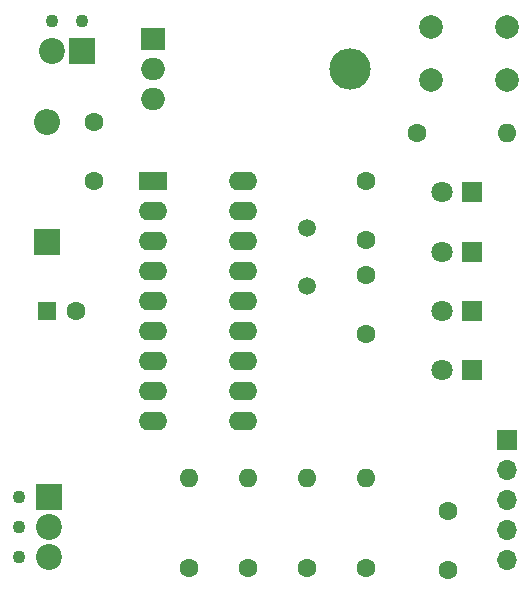
<source format=gbr>
%TF.GenerationSoftware,KiCad,Pcbnew,(5.1.9)-1*%
%TF.CreationDate,2021-08-22T04:22:43+05:30*%
%TF.ProjectId,G18_RECEIVER_laser_communication_system,4731385f-5245-4434-9549-5645525f6c61,rev?*%
%TF.SameCoordinates,Original*%
%TF.FileFunction,Soldermask,Top*%
%TF.FilePolarity,Negative*%
%FSLAX46Y46*%
G04 Gerber Fmt 4.6, Leading zero omitted, Abs format (unit mm)*
G04 Created by KiCad (PCBNEW (5.1.9)-1) date 2021-08-22 04:22:43*
%MOMM*%
%LPD*%
G01*
G04 APERTURE LIST*
%ADD10O,1.700000X1.700000*%
%ADD11R,1.700000X1.700000*%
%ADD12R,1.600000X1.600000*%
%ADD13C,1.600000*%
%ADD14R,2.200000X2.200000*%
%ADD15O,2.200000X2.200000*%
%ADD16R,1.800000X1.800000*%
%ADD17C,1.800000*%
%ADD18C,1.100000*%
%ADD19C,2.200000*%
%ADD20O,1.600000X1.600000*%
%ADD21C,2.000000*%
%ADD22O,3.500000X3.500000*%
%ADD23R,2.000000X1.905000*%
%ADD24O,2.000000X1.905000*%
%ADD25R,2.400000X1.600000*%
%ADD26O,2.400000X1.600000*%
%ADD27C,1.500000*%
G04 APERTURE END LIST*
D10*
%TO.C,ICSP*%
X161800000Y-110960000D03*
X161800000Y-108420000D03*
X161800000Y-105880000D03*
X161800000Y-103340000D03*
D11*
X161800000Y-100800000D03*
%TD*%
D12*
%TO.C,C1*%
X122800000Y-89800000D03*
D13*
X125300000Y-89800000D03*
%TD*%
%TO.C,C2*%
X126800000Y-73800000D03*
X126800000Y-78800000D03*
%TD*%
%TO.C,C3*%
X149800000Y-83800000D03*
X149800000Y-78800000D03*
%TD*%
%TO.C,C4*%
X149800000Y-91800000D03*
X149800000Y-86800000D03*
%TD*%
%TO.C,C5*%
X156800000Y-106800000D03*
X156800000Y-111800000D03*
%TD*%
D14*
%TO.C,D1*%
X122800000Y-83960000D03*
D15*
X122800000Y-73800000D03*
%TD*%
D16*
%TO.C,BIT3*%
X158800000Y-94800000D03*
D17*
X156260000Y-94800000D03*
%TD*%
%TO.C,BIT2*%
X156260000Y-89800000D03*
D16*
X158800000Y-89800000D03*
%TD*%
%TO.C,BIT1*%
X158800000Y-84800000D03*
D17*
X156260000Y-84800000D03*
%TD*%
%TO.C,BIT0*%
X156260000Y-79800000D03*
D16*
X158800000Y-79800000D03*
%TD*%
D14*
%TO.C,J1*%
X125800000Y-67800000D03*
D18*
X125800000Y-65260000D03*
D19*
X123260000Y-67800000D03*
D18*
X123260000Y-65260000D03*
%TD*%
D14*
%TO.C,J2*%
X123000000Y-105600000D03*
D18*
X120460000Y-105600000D03*
D19*
X123000000Y-108140000D03*
D18*
X120460000Y-108140000D03*
D19*
X123000000Y-110680000D03*
D18*
X120460000Y-110680000D03*
%TD*%
D13*
%TO.C,R1*%
X154180000Y-74800000D03*
D20*
X161800000Y-74800000D03*
%TD*%
D13*
%TO.C,R2*%
X149800000Y-111600000D03*
D20*
X149800000Y-103980000D03*
%TD*%
%TO.C,R3*%
X144800000Y-103980000D03*
D13*
X144800000Y-111600000D03*
%TD*%
%TO.C,R4*%
X139800000Y-111600000D03*
D20*
X139800000Y-103980000D03*
%TD*%
%TO.C,R5*%
X134800000Y-103980000D03*
D13*
X134800000Y-111600000D03*
%TD*%
D21*
%TO.C,RESET*%
X155300000Y-70300000D03*
X155300000Y-65800000D03*
X161800000Y-70300000D03*
X161800000Y-65800000D03*
%TD*%
D22*
%TO.C,U1*%
X148460000Y-69340000D03*
D23*
X131800000Y-66800000D03*
D24*
X131800000Y-69340000D03*
X131800000Y-71880000D03*
%TD*%
D25*
%TO.C,U2*%
X131800000Y-78800000D03*
D26*
X139420000Y-99120000D03*
X131800000Y-81340000D03*
X139420000Y-96580000D03*
X131800000Y-83880000D03*
X139420000Y-94040000D03*
X131800000Y-86420000D03*
X139420000Y-91500000D03*
X131800000Y-88960000D03*
X139420000Y-88960000D03*
X131800000Y-91500000D03*
X139420000Y-86420000D03*
X131800000Y-94040000D03*
X139420000Y-83880000D03*
X131800000Y-96580000D03*
X139420000Y-81340000D03*
X131800000Y-99120000D03*
X139420000Y-78800000D03*
%TD*%
D27*
%TO.C,Y1*%
X144800000Y-82800000D03*
X144800000Y-87700000D03*
%TD*%
M02*

</source>
